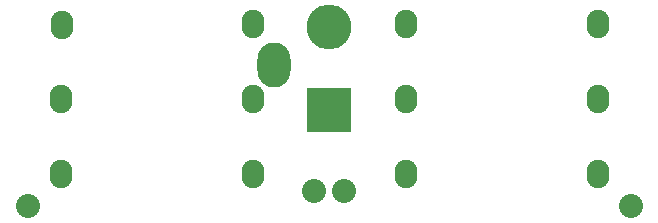
<source format=gbr>
G04 #@! TF.GenerationSoftware,KiCad,Pcbnew,(5.1.9-0-10_14)*
G04 #@! TF.CreationDate,2021-07-10T16:26:02+02:00*
G04 #@! TF.ProjectId,jack-power,6a61636b-2d70-46f7-9765-722e6b696361,rev?*
G04 #@! TF.SameCoordinates,Original*
G04 #@! TF.FileFunction,Soldermask,Bot*
G04 #@! TF.FilePolarity,Negative*
%FSLAX46Y46*%
G04 Gerber Fmt 4.6, Leading zero omitted, Abs format (unit mm)*
G04 Created by KiCad (PCBNEW (5.1.9-0-10_14)) date 2021-07-10 16:26:02*
%MOMM*%
%LPD*%
G01*
G04 APERTURE LIST*
%ADD10R,3.810000X3.810000*%
%ADD11O,3.810000X3.810000*%
%ADD12O,2.810000X3.810000*%
%ADD13O,1.930400X2.400000*%
%ADD14O,2.032000X2.032000*%
G04 APERTURE END LIST*
D10*
X103124000Y-71882000D03*
D11*
X103124000Y-64897000D03*
D12*
X98425000Y-68072000D03*
D13*
X125844000Y-77343000D03*
X109614000Y-77343000D03*
X125844000Y-64643000D03*
X109614000Y-64643000D03*
X125844000Y-70993000D03*
X109614000Y-70993000D03*
X96634000Y-77343000D03*
X80404000Y-77343000D03*
X96634000Y-64643000D03*
X80530200Y-64734800D03*
X96634000Y-70993000D03*
X80404000Y-70993000D03*
D14*
X128651000Y-80010000D03*
X77597000Y-80010000D03*
X104394000Y-78740000D03*
X101854000Y-78740000D03*
M02*

</source>
